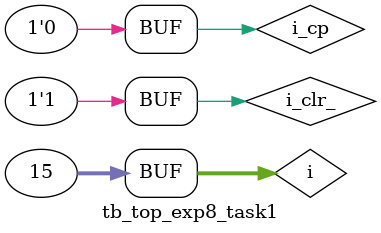
<source format=v>
module tb_top_exp8_task1;
reg i_cp;
reg i_clr_;
wire [1:0] o_q;
wire [3:0] o_d;
integer i;

initial begin
    i_cp = 1'b0;
    i_clr_ = 1'b0;
    
    #10;
    i_clr_ = 1'b1;

    for (i = 0; i < 4'hf; i = i + 1) begin
        i_cp = 1'b1;
        
        #5;
        i_cp = 1'b0;

        #5;
    end
end

top_exp8_task1 dut(
    .clockpulse(i_cp),
    .clear_(i_clr_),
    .counter_out(o_q),
    .decoder_out(o_d)
);

endmodule

</source>
